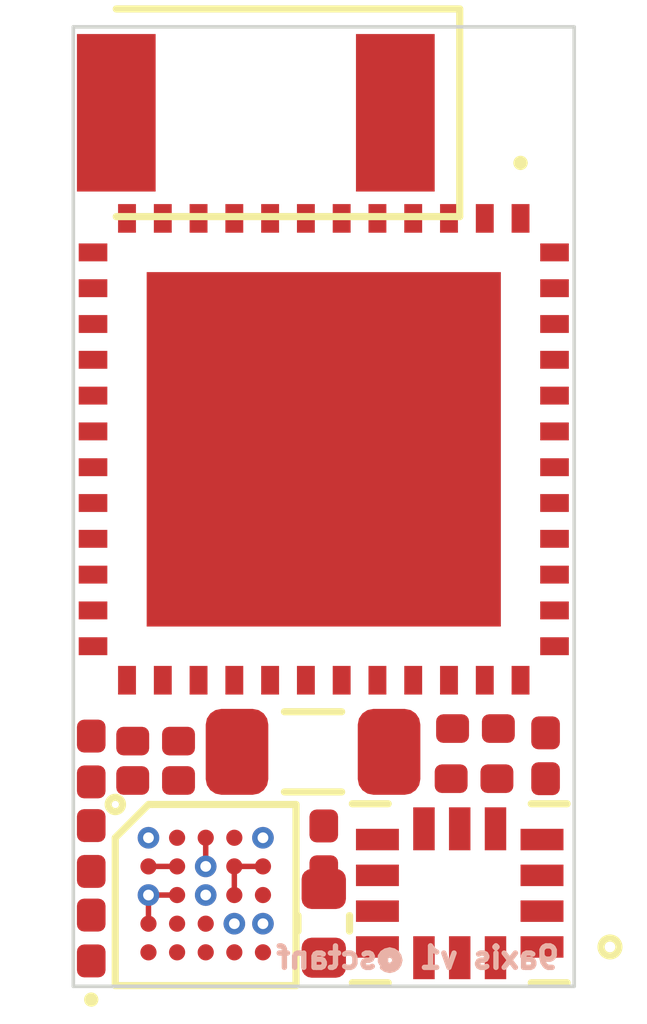
<source format=kicad_pcb>
(kicad_pcb (version 20171130) (host pcbnew "(5.1.9)-1")

  (general
    (thickness 0.4)
    (drawings 5)
    (tracks 16)
    (zones 0)
    (modules 15)
    (nets 11)
  )

  (page A4)
  (layers
    (0 F.Cu signal)
    (31 B.Cu signal)
    (32 B.Adhes user)
    (33 F.Adhes user)
    (34 B.Paste user)
    (35 F.Paste user)
    (36 B.SilkS user)
    (37 F.SilkS user)
    (38 B.Mask user)
    (39 F.Mask user)
    (40 Dwgs.User user)
    (41 Cmts.User user)
    (42 Eco1.User user)
    (43 Eco2.User user)
    (44 Edge.Cuts user)
    (45 Margin user)
    (46 B.CrtYd user)
    (47 F.CrtYd user)
    (48 B.Fab user)
    (49 F.Fab user)
  )

  (setup
    (last_trace_width 0.0762)
    (trace_clearance 0.0762)
    (zone_clearance 0.1524)
    (zone_45_only no)
    (trace_min 0.0762)
    (via_size 0.3024)
    (via_drill 0.15)
    (via_min_size 0.3024)
    (via_min_drill 0.15)
    (uvia_size 0.3)
    (uvia_drill 0.1)
    (uvias_allowed no)
    (uvia_min_size 0.2)
    (uvia_min_drill 0.1)
    (edge_width 0.05)
    (segment_width 0.1)
    (pcb_text_width 0.1)
    (pcb_text_size 0.4 0.4)
    (mod_edge_width 0.1)
    (mod_text_size 0.4 0.4)
    (mod_text_width 0.1)
    (pad_size 1.524 1.524)
    (pad_drill 0.762)
    (pad_to_mask_clearance 0.0762)
    (solder_mask_min_width 0.0762)
    (aux_axis_origin 0 0)
    (visible_elements 7FFFFFFF)
    (pcbplotparams
      (layerselection 0x010fc_ffffffff)
      (usegerberextensions false)
      (usegerberattributes true)
      (usegerberadvancedattributes true)
      (creategerberjobfile true)
      (excludeedgelayer true)
      (linewidth 0.100000)
      (plotframeref false)
      (viasonmask false)
      (mode 1)
      (useauxorigin false)
      (hpglpennumber 1)
      (hpglpenspeed 20)
      (hpglpendiameter 15.000000)
      (psnegative false)
      (psa4output false)
      (plotreference true)
      (plotvalue true)
      (plotinvisibletext false)
      (padsonsilk false)
      (subtractmaskfromsilk false)
      (outputformat 1)
      (mirror false)
      (drillshape 1)
      (scaleselection 1)
      (outputdirectory ""))
  )

  (net 0 "")
  (net 1 GND)
  (net 2 +3V0)
  (net 3 "Net-(IC3-Pad2)")
  (net 4 "Net-(IC4-PadC3)")
  (net 5 "Net-(IC4-PadA4)")
  (net 6 "Net-(C6-Pad1)")
  (net 7 VCC)
  (net 8 "Net-(D1-Pad2)")
  (net 9 "Net-(D1-Pad1)")
  (net 10 "Net-(C8-Pad1)")

  (net_class Default "This is the default net class."
    (clearance 0.0762)
    (trace_width 0.0762)
    (via_dia 0.3024)
    (via_drill 0.15)
    (uvia_dia 0.3)
    (uvia_drill 0.1)
    (add_net +3V0)
    (add_net GND)
    (add_net "Net-(C6-Pad1)")
    (add_net "Net-(C8-Pad1)")
    (add_net "Net-(D1-Pad1)")
    (add_net "Net-(D1-Pad2)")
    (add_net "Net-(IC3-Pad2)")
    (add_net "Net-(IC4-PadA4)")
    (add_net "Net-(IC4-PadC3)")
    (add_net VCC)
  )

  (module Capacitor_SMD:C_0402_1005Metric (layer F.Cu) (tedit 5F68FEEE) (tstamp 602E6346)
    (at 120.5 79.02 270)
    (descr "Capacitor SMD 0402 (1005 Metric), square (rectangular) end terminal, IPC_7351 nominal, (Body size source: IPC-SM-782 page 76, https://www.pcb-3d.com/wordpress/wp-content/uploads/ipc-sm-782a_amendment_1_and_2.pdf), generated with kicad-footprint-generator")
    (tags capacitor)
    (path /602E498C)
    (attr smd)
    (fp_text reference C5 (at 0 -1.16 90) (layer F.SilkS) hide
      (effects (font (size 0.4 0.4) (thickness 0.1)))
    )
    (fp_text value 10uF (at 0 1.16 90) (layer F.Fab) hide
      (effects (font (size 0.4 0.4) (thickness 0.1)))
    )
    (fp_line (start 0.91 0.46) (end -0.91 0.46) (layer F.CrtYd) (width 0.05))
    (fp_line (start 0.91 -0.46) (end 0.91 0.46) (layer F.CrtYd) (width 0.05))
    (fp_line (start -0.91 -0.46) (end 0.91 -0.46) (layer F.CrtYd) (width 0.05))
    (fp_line (start -0.91 0.46) (end -0.91 -0.46) (layer F.CrtYd) (width 0.05))
    (fp_line (start -0.107836 0.36) (end 0.107836 0.36) (layer F.SilkS) (width 0.1))
    (fp_line (start -0.107836 -0.36) (end 0.107836 -0.36) (layer F.SilkS) (width 0.1))
    (fp_line (start 0.5 0.25) (end -0.5 0.25) (layer F.Fab) (width 0.1))
    (fp_line (start 0.5 -0.25) (end 0.5 0.25) (layer F.Fab) (width 0.1))
    (fp_line (start -0.5 -0.25) (end 0.5 -0.25) (layer F.Fab) (width 0.1))
    (fp_line (start -0.5 0.25) (end -0.5 -0.25) (layer F.Fab) (width 0.1))
    (fp_text user %R (at 0 0 90) (layer F.Fab) hide
      (effects (font (size 0.4 0.4) (thickness 0.1)))
    )
    (pad 2 smd roundrect (at 0.48 0 270) (size 0.56 0.62) (layers F.Cu F.Paste F.Mask) (roundrect_rratio 0.25)
      (net 1 GND))
    (pad 1 smd roundrect (at -0.48 0 270) (size 0.56 0.62) (layers F.Cu F.Paste F.Mask) (roundrect_rratio 0.25)
      (net 2 +3V0))
    (model ${KISYS3DMOD}/Capacitor_SMD.3dshapes/C_0402_1005Metric.wrl
      (at (xyz 0 0 0))
      (scale (xyz 1 1 1))
      (rotate (xyz 0 0 0))
    )
  )

  (module Capacitor_SMD:C_0201_0603Metric (layer F.Cu) (tedit 5F68FEEE) (tstamp 602E6357)
    (at 117.25 77.975 90)
    (descr "Capacitor SMD 0201 (0603 Metric), square (rectangular) end terminal, IPC_7351 nominal, (Body size source: https://www.vishay.com/docs/20052/crcw0201e3.pdf), generated with kicad-footprint-generator")
    (tags capacitor)
    (path /602E57EC)
    (attr smd)
    (fp_text reference C6 (at 0 -1.05 90) (layer F.SilkS) hide
      (effects (font (size 0.4 0.4) (thickness 0.1)))
    )
    (fp_text value 1uF (at 0 1.05 90) (layer F.Fab) hide
      (effects (font (size 0.4 0.4) (thickness 0.1)))
    )
    (fp_line (start 0.7 0.35) (end -0.7 0.35) (layer F.CrtYd) (width 0.05))
    (fp_line (start 0.7 -0.35) (end 0.7 0.35) (layer F.CrtYd) (width 0.05))
    (fp_line (start -0.7 -0.35) (end 0.7 -0.35) (layer F.CrtYd) (width 0.05))
    (fp_line (start -0.7 0.35) (end -0.7 -0.35) (layer F.CrtYd) (width 0.05))
    (fp_line (start 0.3 0.15) (end -0.3 0.15) (layer F.Fab) (width 0.1))
    (fp_line (start 0.3 -0.15) (end 0.3 0.15) (layer F.Fab) (width 0.1))
    (fp_line (start -0.3 -0.15) (end 0.3 -0.15) (layer F.Fab) (width 0.1))
    (fp_line (start -0.3 0.15) (end -0.3 -0.15) (layer F.Fab) (width 0.1))
    (fp_text user %R (at 0 -0.68 90) (layer F.Fab) hide
      (effects (font (size 0.4 0.4) (thickness 0.1)))
    )
    (pad 2 smd roundrect (at 0.32 0 90) (size 0.46 0.4) (layers F.Cu F.Mask) (roundrect_rratio 0.25)
      (net 1 GND))
    (pad 1 smd roundrect (at -0.32 0 90) (size 0.46 0.4) (layers F.Cu F.Mask) (roundrect_rratio 0.25)
      (net 6 "Net-(C6-Pad1)"))
    (pad "" smd roundrect (at 0.345 0 90) (size 0.318 0.36) (layers F.Paste) (roundrect_rratio 0.25))
    (pad "" smd roundrect (at -0.345 0 90) (size 0.318 0.36) (layers F.Paste) (roundrect_rratio 0.25))
    (model ${KISYS3DMOD}/Capacitor_SMD.3dshapes/C_0201_0603Metric.wrl
      (at (xyz 0 0 0))
      (scale (xyz 1 1 1))
      (rotate (xyz 0 0 0))
    )
  )

  (module Capacitor_SMD:C_0201_0603Metric (layer F.Cu) (tedit 5F68FEEE) (tstamp 602E6368)
    (at 118.15 77.025)
    (descr "Capacitor SMD 0201 (0603 Metric), square (rectangular) end terminal, IPC_7351 nominal, (Body size source: https://www.vishay.com/docs/20052/crcw0201e3.pdf), generated with kicad-footprint-generator")
    (tags capacitor)
    (path /602E5AA1)
    (attr smd)
    (fp_text reference C7 (at 0 -1.05) (layer F.SilkS) hide
      (effects (font (size 0.4 0.4) (thickness 0.1)))
    )
    (fp_text value 1uF (at 0 1.05) (layer F.Fab) hide
      (effects (font (size 0.4 0.4) (thickness 0.1)))
    )
    (fp_line (start 0.7 0.35) (end -0.7 0.35) (layer F.CrtYd) (width 0.05))
    (fp_line (start 0.7 -0.35) (end 0.7 0.35) (layer F.CrtYd) (width 0.05))
    (fp_line (start -0.7 -0.35) (end 0.7 -0.35) (layer F.CrtYd) (width 0.05))
    (fp_line (start -0.7 0.35) (end -0.7 -0.35) (layer F.CrtYd) (width 0.05))
    (fp_line (start 0.3 0.15) (end -0.3 0.15) (layer F.Fab) (width 0.1))
    (fp_line (start 0.3 -0.15) (end 0.3 0.15) (layer F.Fab) (width 0.1))
    (fp_line (start -0.3 -0.15) (end 0.3 -0.15) (layer F.Fab) (width 0.1))
    (fp_line (start -0.3 0.15) (end -0.3 -0.15) (layer F.Fab) (width 0.1))
    (fp_text user %R (at 0 -0.68) (layer F.Fab) hide
      (effects (font (size 0.4 0.4) (thickness 0.1)))
    )
    (pad 2 smd roundrect (at 0.32 0) (size 0.46 0.4) (layers F.Cu F.Mask) (roundrect_rratio 0.25)
      (net 7 VCC))
    (pad 1 smd roundrect (at -0.32 0) (size 0.46 0.4) (layers F.Cu F.Mask) (roundrect_rratio 0.25)
      (net 1 GND))
    (pad "" smd roundrect (at 0.345 0) (size 0.318 0.36) (layers F.Paste) (roundrect_rratio 0.25))
    (pad "" smd roundrect (at -0.345 0) (size 0.318 0.36) (layers F.Paste) (roundrect_rratio 0.25))
    (model ${KISYS3DMOD}/Capacitor_SMD.3dshapes/C_0201_0603Metric.wrl
      (at (xyz 0 0 0))
      (scale (xyz 1 1 1))
      (rotate (xyz 0 0 0))
    )
  )

  (module LED_SMD:LED_0201_0603Metric (layer F.Cu) (tedit 5F68FEF1) (tstamp 602E637A)
    (at 117.25 79.225 90)
    (descr "LED SMD 0201 (0603 Metric), square (rectangular) end terminal, IPC_7351 nominal, (Body size source: https://www.vishay.com/docs/20052/crcw0201e3.pdf), generated with kicad-footprint-generator")
    (tags LED)
    (path /60313CEB)
    (attr smd)
    (fp_text reference D1 (at 0 -1.05 90) (layer F.SilkS) hide
      (effects (font (size 0.4 0.4) (thickness 0.1)))
    )
    (fp_text value LED (at 0 1.05 90) (layer F.Fab) hide
      (effects (font (size 0.4 0.4) (thickness 0.1)))
    )
    (fp_line (start 0.7 0.35) (end -0.7 0.35) (layer F.CrtYd) (width 0.05))
    (fp_line (start 0.7 -0.35) (end 0.7 0.35) (layer F.CrtYd) (width 0.05))
    (fp_line (start -0.7 -0.35) (end 0.7 -0.35) (layer F.CrtYd) (width 0.05))
    (fp_line (start -0.7 0.35) (end -0.7 -0.35) (layer F.CrtYd) (width 0.05))
    (fp_line (start -0.1 0.15) (end -0.1 -0.15) (layer F.Fab) (width 0.1))
    (fp_line (start -0.2 0.15) (end -0.2 -0.15) (layer F.Fab) (width 0.1))
    (fp_line (start 0.3 0.15) (end -0.3 0.15) (layer F.Fab) (width 0.1))
    (fp_line (start 0.3 -0.15) (end 0.3 0.15) (layer F.Fab) (width 0.1))
    (fp_line (start -0.3 -0.15) (end 0.3 -0.15) (layer F.Fab) (width 0.1))
    (fp_line (start -0.3 0.15) (end -0.3 -0.15) (layer F.Fab) (width 0.1))
    (fp_circle (center -0.86 0) (end -0.81 0) (layer F.SilkS) (width 0.1))
    (fp_text user %R (at 0 -0.68 90) (layer F.Fab) hide
      (effects (font (size 0.4 0.4) (thickness 0.1)))
    )
    (pad 2 smd roundrect (at 0.32 0 90) (size 0.46 0.4) (layers F.Cu F.Mask) (roundrect_rratio 0.25)
      (net 8 "Net-(D1-Pad2)"))
    (pad 1 smd roundrect (at -0.32 0 90) (size 0.46 0.4) (layers F.Cu F.Mask) (roundrect_rratio 0.25)
      (net 9 "Net-(D1-Pad1)"))
    (pad "" smd roundrect (at 0.345 0 90) (size 0.318 0.36) (layers F.Paste) (roundrect_rratio 0.25))
    (pad "" smd roundrect (at -0.345 0 90) (size 0.318 0.36) (layers F.Paste) (roundrect_rratio 0.25))
    (model ${KISYS3DMOD}/LED_SMD.3dshapes/LED_0201_0603Metric.wrl
      (at (xyz 0 0 0))
      (scale (xyz 1 1 1))
      (rotate (xyz 0 0 0))
    )
  )

  (module SamacSys_Parts:BGA25C40P5X5_247X253X50 (layer F.Cu) (tedit 0) (tstamp 602E5CEC)
    (at 118.85 78.625)
    (descr YFP0025)
    (tags "Integrated Circuit")
    (path /602E09CB)
    (attr smd)
    (fp_text reference IC4 (at 0 0) (layer F.SilkS) hide
      (effects (font (size 0.4 0.4) (thickness 0.1)))
    )
    (fp_text value BQ25125YFPR (at 0 0) (layer F.SilkS) hide
      (effects (font (size 0.4 0.4) (thickness 0.1)))
    )
    (fp_circle (center -1.263 -1.265) (end -1.263 -1.165) (layer F.SilkS) (width 0.1))
    (fp_line (start -1.264 -0.8) (end -0.799 -1.265) (layer F.SilkS) (width 0.1))
    (fp_line (start -1.264 1.265) (end -1.264 -0.8) (layer F.SilkS) (width 0.1))
    (fp_line (start 1.262 1.265) (end -1.264 1.265) (layer F.SilkS) (width 0.1))
    (fp_line (start 1.262 -1.265) (end 1.262 1.265) (layer F.SilkS) (width 0.1))
    (fp_line (start -0.798 -1.265) (end 1.262 -1.265) (layer F.SilkS) (width 0.1))
    (fp_line (start -1.234 -0.625) (end -0.594 -1.265) (layer F.Fab) (width 0.1))
    (fp_line (start -1.234 1.265) (end -1.234 -1.265) (layer F.Fab) (width 0.1))
    (fp_line (start 1.234 1.265) (end -1.234 1.265) (layer F.Fab) (width 0.1))
    (fp_line (start 1.234 -1.265) (end 1.234 1.265) (layer F.Fab) (width 0.1))
    (fp_line (start -1.234 -1.265) (end 1.234 -1.265) (layer F.Fab) (width 0.1))
    (fp_line (start -1.749 1.78) (end -1.749 -1.78) (layer F.CrtYd) (width 0.05))
    (fp_line (start 1.749 1.78) (end -1.749 1.78) (layer F.CrtYd) (width 0.05))
    (fp_line (start 1.749 -1.78) (end 1.749 1.78) (layer F.CrtYd) (width 0.05))
    (fp_line (start -1.749 -1.78) (end 1.749 -1.78) (layer F.CrtYd) (width 0.05))
    (fp_text user %R (at 0 0) (layer F.Fab) hide
      (effects (font (size 0.4 0.4) (thickness 0.1)))
    )
    (pad E5 smd circle (at 0.8 0.8 90) (size 0.226 0.226) (layers F.Cu F.Paste F.Mask))
    (pad E4 smd circle (at 0.4 0.8 90) (size 0.226 0.226) (layers F.Cu F.Paste F.Mask))
    (pad E3 smd circle (at 0 0.8 90) (size 0.226 0.226) (layers F.Cu F.Paste F.Mask))
    (pad E2 smd circle (at -0.4 0.8 90) (size 0.226 0.226) (layers F.Cu F.Paste F.Mask))
    (pad E1 smd circle (at -0.8 0.8 90) (size 0.226 0.226) (layers F.Cu F.Paste F.Mask))
    (pad D5 smd circle (at 0.8 0.4 90) (size 0.226 0.226) (layers F.Cu F.Paste F.Mask)
      (net 1 GND))
    (pad D4 smd circle (at 0.4 0.4 90) (size 0.226 0.226) (layers F.Cu F.Paste F.Mask)
      (net 9 "Net-(D1-Pad1)"))
    (pad D3 smd circle (at 0 0.4 90) (size 0.226 0.226) (layers F.Cu F.Paste F.Mask))
    (pad D2 smd circle (at -0.4 0.4 90) (size 0.226 0.226) (layers F.Cu F.Paste F.Mask))
    (pad D1 smd circle (at -0.8 0.4 90) (size 0.226 0.226) (layers F.Cu F.Paste F.Mask)
      (net 1 GND))
    (pad C5 smd circle (at 0.8 0 90) (size 0.226 0.226) (layers F.Cu F.Paste F.Mask))
    (pad C4 smd circle (at 0.4 0 90) (size 0.226 0.226) (layers F.Cu F.Paste F.Mask)
      (net 2 +3V0))
    (pad C3 smd circle (at 0 0 90) (size 0.226 0.226) (layers F.Cu F.Paste F.Mask)
      (net 4 "Net-(IC4-PadC3)"))
    (pad C2 smd circle (at -0.4 0 90) (size 0.226 0.226) (layers F.Cu F.Paste F.Mask)
      (net 1 GND))
    (pad C1 smd circle (at -0.8 0 90) (size 0.226 0.226) (layers F.Cu F.Paste F.Mask)
      (net 1 GND))
    (pad B5 smd circle (at 0.8 -0.4 90) (size 0.226 0.226) (layers F.Cu F.Paste F.Mask)
      (net 2 +3V0))
    (pad B4 smd circle (at 0.4 -0.4 90) (size 0.226 0.226) (layers F.Cu F.Paste F.Mask)
      (net 2 +3V0))
    (pad B3 smd circle (at 0 -0.4 90) (size 0.226 0.226) (layers F.Cu F.Paste F.Mask)
      (net 8 "Net-(D1-Pad2)"))
    (pad B2 smd circle (at -0.4 -0.4 90) (size 0.226 0.226) (layers F.Cu F.Paste F.Mask)
      (net 6 "Net-(C6-Pad1)"))
    (pad B1 smd circle (at -0.8 -0.4 90) (size 0.226 0.226) (layers F.Cu F.Paste F.Mask)
      (net 6 "Net-(C6-Pad1)"))
    (pad A5 smd circle (at 0.8 -0.8 90) (size 0.226 0.226) (layers F.Cu F.Paste F.Mask)
      (net 1 GND))
    (pad A4 smd circle (at 0.4 -0.8 90) (size 0.226 0.226) (layers F.Cu F.Paste F.Mask)
      (net 5 "Net-(IC4-PadA4)"))
    (pad A3 smd circle (at 0 -0.8 90) (size 0.226 0.226) (layers F.Cu F.Paste F.Mask)
      (net 8 "Net-(D1-Pad2)"))
    (pad A2 smd circle (at -0.4 -0.8 90) (size 0.226 0.226) (layers F.Cu F.Paste F.Mask)
      (net 7 VCC))
    (pad A1 smd circle (at -0.8 -0.8 90) (size 0.226 0.226) (layers F.Cu F.Paste F.Mask)
      (net 1 GND))
    (model C:\Users\Scott\Downloads\SamacSys_Parts.3dshapes\BQ25125YFPR.stp
      (at (xyz 0 0 0))
      (scale (xyz 1 1 1))
      (rotate (xyz 0 0 0))
    )
  )

  (module Inductor_SMD:L_0805_2012Metric (layer F.Cu) (tedit 5F68FEF0) (tstamp 602E6545)
    (at 120.35 76.625 180)
    (descr "Inductor SMD 0805 (2012 Metric), square (rectangular) end terminal, IPC_7351 nominal, (Body size source: IPC-SM-782 page 80, https://www.pcb-3d.com/wordpress/wp-content/uploads/ipc-sm-782a_amendment_1_and_2.pdf), generated with kicad-footprint-generator")
    (tags inductor)
    (path /602E3EAB)
    (attr smd)
    (fp_text reference L2 (at 0 -1.55) (layer F.SilkS) hide
      (effects (font (size 0.4 0.4) (thickness 0.1)))
    )
    (fp_text value 2.2uH (at 0 1.55) (layer F.Fab) hide
      (effects (font (size 0.4 0.4) (thickness 0.1)))
    )
    (fp_line (start 1.75 0.85) (end -1.75 0.85) (layer F.CrtYd) (width 0.05))
    (fp_line (start 1.75 -0.85) (end 1.75 0.85) (layer F.CrtYd) (width 0.05))
    (fp_line (start -1.75 -0.85) (end 1.75 -0.85) (layer F.CrtYd) (width 0.05))
    (fp_line (start -1.75 0.85) (end -1.75 -0.85) (layer F.CrtYd) (width 0.05))
    (fp_line (start -0.399622 0.56) (end 0.399622 0.56) (layer F.SilkS) (width 0.1))
    (fp_line (start -0.399622 -0.56) (end 0.399622 -0.56) (layer F.SilkS) (width 0.1))
    (fp_line (start 1 0.45) (end -1 0.45) (layer F.Fab) (width 0.1))
    (fp_line (start 1 -0.45) (end 1 0.45) (layer F.Fab) (width 0.1))
    (fp_line (start -1 -0.45) (end 1 -0.45) (layer F.Fab) (width 0.1))
    (fp_line (start -1 0.45) (end -1 -0.45) (layer F.Fab) (width 0.1))
    (fp_text user %R (at 0 0) (layer F.Fab) hide
      (effects (font (size 0.4 0.4) (thickness 0.1)))
    )
    (pad 2 smd roundrect (at 1.0625 0 180) (size 0.875 1.2) (layers F.Cu F.Paste F.Mask) (roundrect_rratio 0.25)
      (net 5 "Net-(IC4-PadA4)"))
    (pad 1 smd roundrect (at -1.0625 0 180) (size 0.875 1.2) (layers F.Cu F.Paste F.Mask) (roundrect_rratio 0.25)
      (net 2 +3V0))
    (model ${KISYS3DMOD}/Inductor_SMD.3dshapes/L_0805_2012Metric.wrl
      (at (xyz 0 0 0))
      (scale (xyz 1 1 1))
      (rotate (xyz 0 0 0))
    )
  )

  (module Resistor_SMD:R_0201_0603Metric (layer F.Cu) (tedit 5F68FEEE) (tstamp 602E6556)
    (at 118.15 76.475 180)
    (descr "Resistor SMD 0201 (0603 Metric), square (rectangular) end terminal, IPC_7351 nominal, (Body size source: https://www.vishay.com/docs/20052/crcw0201e3.pdf), generated with kicad-footprint-generator")
    (tags resistor)
    (path /603064F3)
    (attr smd)
    (fp_text reference R1 (at 0 -1.05) (layer F.SilkS) hide
      (effects (font (size 0.4 0.4) (thickness 0.1)))
    )
    (fp_text value 14k (at 0 1.05) (layer F.Fab) hide
      (effects (font (size 0.4 0.4) (thickness 0.1)))
    )
    (fp_line (start 0.7 0.35) (end -0.7 0.35) (layer F.CrtYd) (width 0.05))
    (fp_line (start 0.7 -0.35) (end 0.7 0.35) (layer F.CrtYd) (width 0.05))
    (fp_line (start -0.7 -0.35) (end 0.7 -0.35) (layer F.CrtYd) (width 0.05))
    (fp_line (start -0.7 0.35) (end -0.7 -0.35) (layer F.CrtYd) (width 0.05))
    (fp_line (start 0.3 0.15) (end -0.3 0.15) (layer F.Fab) (width 0.1))
    (fp_line (start 0.3 -0.15) (end 0.3 0.15) (layer F.Fab) (width 0.1))
    (fp_line (start -0.3 -0.15) (end 0.3 -0.15) (layer F.Fab) (width 0.1))
    (fp_line (start -0.3 0.15) (end -0.3 -0.15) (layer F.Fab) (width 0.1))
    (fp_text user %R (at 0 -0.68) (layer F.Fab) hide
      (effects (font (size 0.4 0.4) (thickness 0.1)))
    )
    (pad 2 smd roundrect (at 0.32 0 180) (size 0.46 0.4) (layers F.Cu F.Mask) (roundrect_rratio 0.25)
      (net 4 "Net-(IC4-PadC3)"))
    (pad 1 smd roundrect (at -0.32 0 180) (size 0.46 0.4) (layers F.Cu F.Mask) (roundrect_rratio 0.25)
      (net 7 VCC))
    (pad "" smd roundrect (at 0.345 0 180) (size 0.318 0.36) (layers F.Paste) (roundrect_rratio 0.25))
    (pad "" smd roundrect (at -0.345 0 180) (size 0.318 0.36) (layers F.Paste) (roundrect_rratio 0.25))
    (model ${KISYS3DMOD}/Resistor_SMD.3dshapes/R_0201_0603Metric.wrl
      (at (xyz 0 0 0))
      (scale (xyz 1 1 1))
      (rotate (xyz 0 0 0))
    )
  )

  (module Resistor_SMD:R_0201_0603Metric (layer F.Cu) (tedit 5F68FEEE) (tstamp 602E6567)
    (at 117.25 76.725 270)
    (descr "Resistor SMD 0201 (0603 Metric), square (rectangular) end terminal, IPC_7351 nominal, (Body size source: https://www.vishay.com/docs/20052/crcw0201e3.pdf), generated with kicad-footprint-generator")
    (tags resistor)
    (path /60307927)
    (attr smd)
    (fp_text reference R2 (at 0 -1.05 90) (layer F.SilkS) hide
      (effects (font (size 0.4 0.4) (thickness 0.1)))
    )
    (fp_text value 14.3k (at 0 1.05 90) (layer F.Fab) hide
      (effects (font (size 0.4 0.4) (thickness 0.1)))
    )
    (fp_line (start 0.7 0.35) (end -0.7 0.35) (layer F.CrtYd) (width 0.05))
    (fp_line (start 0.7 -0.35) (end 0.7 0.35) (layer F.CrtYd) (width 0.05))
    (fp_line (start -0.7 -0.35) (end 0.7 -0.35) (layer F.CrtYd) (width 0.05))
    (fp_line (start -0.7 0.35) (end -0.7 -0.35) (layer F.CrtYd) (width 0.05))
    (fp_line (start 0.3 0.15) (end -0.3 0.15) (layer F.Fab) (width 0.1))
    (fp_line (start 0.3 -0.15) (end 0.3 0.15) (layer F.Fab) (width 0.1))
    (fp_line (start -0.3 -0.15) (end 0.3 -0.15) (layer F.Fab) (width 0.1))
    (fp_line (start -0.3 0.15) (end -0.3 -0.15) (layer F.Fab) (width 0.1))
    (fp_text user %R (at 0 -0.68 90) (layer F.Fab) hide
      (effects (font (size 0.4 0.4) (thickness 0.1)))
    )
    (pad 2 smd roundrect (at 0.32 0 270) (size 0.46 0.4) (layers F.Cu F.Mask) (roundrect_rratio 0.25)
      (net 1 GND))
    (pad 1 smd roundrect (at -0.32 0 270) (size 0.46 0.4) (layers F.Cu F.Mask) (roundrect_rratio 0.25)
      (net 4 "Net-(IC4-PadC3)"))
    (pad "" smd roundrect (at 0.345 0 270) (size 0.318 0.36) (layers F.Paste) (roundrect_rratio 0.25))
    (pad "" smd roundrect (at -0.345 0 270) (size 0.318 0.36) (layers F.Paste) (roundrect_rratio 0.25))
    (model ${KISYS3DMOD}/Resistor_SMD.3dshapes/R_0201_0603Metric.wrl
      (at (xyz 0 0 0))
      (scale (xyz 1 1 1))
      (rotate (xyz 0 0 0))
    )
  )

  (module Capacitor_SMD:C_0201_0603Metric (layer F.Cu) (tedit 5F68FEEE) (tstamp 602E8549)
    (at 120.5 77.98 90)
    (descr "Capacitor SMD 0201 (0603 Metric), square (rectangular) end terminal, IPC_7351 nominal, (Body size source: https://www.vishay.com/docs/20052/crcw0201e3.pdf), generated with kicad-footprint-generator")
    (tags capacitor)
    (path /6036402F)
    (attr smd)
    (fp_text reference C9 (at 0 -1.05 90) (layer F.SilkS) hide
      (effects (font (size 0.4 0.4) (thickness 0.1)))
    )
    (fp_text value 0.1uF (at 0 1.05 90) (layer F.Fab) hide
      (effects (font (size 0.4 0.4) (thickness 0.1)))
    )
    (fp_line (start 0.7 0.35) (end -0.7 0.35) (layer F.CrtYd) (width 0.05))
    (fp_line (start 0.7 -0.35) (end 0.7 0.35) (layer F.CrtYd) (width 0.05))
    (fp_line (start -0.7 -0.35) (end 0.7 -0.35) (layer F.CrtYd) (width 0.05))
    (fp_line (start -0.7 0.35) (end -0.7 -0.35) (layer F.CrtYd) (width 0.05))
    (fp_line (start 0.3 0.15) (end -0.3 0.15) (layer F.Fab) (width 0.1))
    (fp_line (start 0.3 -0.15) (end 0.3 0.15) (layer F.Fab) (width 0.1))
    (fp_line (start -0.3 -0.15) (end 0.3 -0.15) (layer F.Fab) (width 0.1))
    (fp_line (start -0.3 0.15) (end -0.3 -0.15) (layer F.Fab) (width 0.1))
    (fp_text user %R (at 0 -0.68 90) (layer F.Fab) hide
      (effects (font (size 0.4 0.4) (thickness 0.1)))
    )
    (pad 2 smd roundrect (at 0.32 0 90) (size 0.46 0.4) (layers F.Cu F.Mask) (roundrect_rratio 0.25)
      (net 1 GND))
    (pad 1 smd roundrect (at -0.32 0 90) (size 0.46 0.4) (layers F.Cu F.Mask) (roundrect_rratio 0.25)
      (net 2 +3V0))
    (pad "" smd roundrect (at 0.345 0 90) (size 0.318 0.36) (layers F.Paste) (roundrect_rratio 0.25))
    (pad "" smd roundrect (at -0.345 0 90) (size 0.318 0.36) (layers F.Paste) (roundrect_rratio 0.25))
    (model ${KISYS3DMOD}/Capacitor_SMD.3dshapes/C_0201_0603Metric.wrl
      (at (xyz 0 0 0))
      (scale (xyz 1 1 1))
      (rotate (xyz 0 0 0))
    )
  )

  (module Capacitor_SMD:C_0201_0603Metric (layer F.Cu) (tedit 5F68FEEE) (tstamp 602E8538)
    (at 122.6 77 180)
    (descr "Capacitor SMD 0201 (0603 Metric), square (rectangular) end terminal, IPC_7351 nominal, (Body size source: https://www.vishay.com/docs/20052/crcw0201e3.pdf), generated with kicad-footprint-generator")
    (tags capacitor)
    (path /6036373B)
    (attr smd)
    (fp_text reference C8 (at 0 -1.05) (layer F.SilkS) hide
      (effects (font (size 0.4 0.4) (thickness 0.1)))
    )
    (fp_text value 0.1uF (at 0 1.05) (layer F.Fab) hide
      (effects (font (size 0.4 0.4) (thickness 0.1)))
    )
    (fp_line (start 0.7 0.35) (end -0.7 0.35) (layer F.CrtYd) (width 0.05))
    (fp_line (start 0.7 -0.35) (end 0.7 0.35) (layer F.CrtYd) (width 0.05))
    (fp_line (start -0.7 -0.35) (end 0.7 -0.35) (layer F.CrtYd) (width 0.05))
    (fp_line (start -0.7 0.35) (end -0.7 -0.35) (layer F.CrtYd) (width 0.05))
    (fp_line (start 0.3 0.15) (end -0.3 0.15) (layer F.Fab) (width 0.1))
    (fp_line (start 0.3 -0.15) (end 0.3 0.15) (layer F.Fab) (width 0.1))
    (fp_line (start -0.3 -0.15) (end 0.3 -0.15) (layer F.Fab) (width 0.1))
    (fp_line (start -0.3 0.15) (end -0.3 -0.15) (layer F.Fab) (width 0.1))
    (fp_text user %R (at 0 -0.68) (layer F.Fab) hide
      (effects (font (size 0.4 0.4) (thickness 0.1)))
    )
    (pad 2 smd roundrect (at 0.32 0 180) (size 0.46 0.4) (layers F.Cu F.Mask) (roundrect_rratio 0.25)
      (net 1 GND))
    (pad 1 smd roundrect (at -0.32 0 180) (size 0.46 0.4) (layers F.Cu F.Mask) (roundrect_rratio 0.25)
      (net 10 "Net-(C8-Pad1)"))
    (pad "" smd roundrect (at 0.345 0 180) (size 0.318 0.36) (layers F.Paste) (roundrect_rratio 0.25))
    (pad "" smd roundrect (at -0.345 0 180) (size 0.318 0.36) (layers F.Paste) (roundrect_rratio 0.25))
    (model ${KISYS3DMOD}/Capacitor_SMD.3dshapes/C_0201_0603Metric.wrl
      (at (xyz 0 0 0))
      (scale (xyz 1 1 1))
      (rotate (xyz 0 0 0))
    )
  )

  (module Capacitor_SMD:C_0201_0603Metric (layer F.Cu) (tedit 5F68FEEE) (tstamp 602CC890)
    (at 122.62 76.3 180)
    (descr "Capacitor SMD 0201 (0603 Metric), square (rectangular) end terminal, IPC_7351 nominal, (Body size source: https://www.vishay.com/docs/20052/crcw0201e3.pdf), generated with kicad-footprint-generator")
    (tags capacitor)
    (path /602D4C77)
    (attr smd)
    (fp_text reference C4 (at 0 -1.05) (layer F.SilkS) hide
      (effects (font (size 0.4 0.4) (thickness 0.1)))
    )
    (fp_text value 0.1uF (at 0 1.05) (layer F.Fab) hide
      (effects (font (size 0.4 0.4) (thickness 0.1)))
    )
    (fp_line (start 0.7 0.35) (end -0.7 0.35) (layer F.CrtYd) (width 0.05))
    (fp_line (start 0.7 -0.35) (end 0.7 0.35) (layer F.CrtYd) (width 0.05))
    (fp_line (start -0.7 -0.35) (end 0.7 -0.35) (layer F.CrtYd) (width 0.05))
    (fp_line (start -0.7 0.35) (end -0.7 -0.35) (layer F.CrtYd) (width 0.05))
    (fp_line (start 0.3 0.15) (end -0.3 0.15) (layer F.Fab) (width 0.1))
    (fp_line (start 0.3 -0.15) (end 0.3 0.15) (layer F.Fab) (width 0.1))
    (fp_line (start -0.3 -0.15) (end 0.3 -0.15) (layer F.Fab) (width 0.1))
    (fp_line (start -0.3 0.15) (end -0.3 -0.15) (layer F.Fab) (width 0.1))
    (fp_text user %R (at 0 -0.68) (layer F.Fab) hide
      (effects (font (size 0.4 0.4) (thickness 0.1)))
    )
    (pad 2 smd roundrect (at 0.32 0 180) (size 0.46 0.4) (layers F.Cu F.Mask) (roundrect_rratio 0.25)
      (net 1 GND))
    (pad 1 smd roundrect (at -0.32 0 180) (size 0.46 0.4) (layers F.Cu F.Mask) (roundrect_rratio 0.25)
      (net 2 +3V0))
    (pad "" smd roundrect (at 0.345 0 180) (size 0.318 0.36) (layers F.Paste) (roundrect_rratio 0.25))
    (pad "" smd roundrect (at -0.345 0 180) (size 0.318 0.36) (layers F.Paste) (roundrect_rratio 0.25))
    (model ${KISYS3DMOD}/Capacitor_SMD.3dshapes/C_0201_0603Metric.wrl
      (at (xyz 0 0 0))
      (scale (xyz 1 1 1))
      (rotate (xyz 0 0 0))
    )
  )

  (module Capacitor_SMD:C_0201_0603Metric (layer F.Cu) (tedit 5F68FEEE) (tstamp 602CC87F)
    (at 123.6 76.68 270)
    (descr "Capacitor SMD 0201 (0603 Metric), square (rectangular) end terminal, IPC_7351 nominal, (Body size source: https://www.vishay.com/docs/20052/crcw0201e3.pdf), generated with kicad-footprint-generator")
    (tags capacitor)
    (path /602D1B47)
    (attr smd)
    (fp_text reference C3 (at 0 -1.05 90) (layer F.SilkS) hide
      (effects (font (size 0.4 0.4) (thickness 0.1)))
    )
    (fp_text value 0.1uF (at 0 1.05 90) (layer F.Fab) hide
      (effects (font (size 0.4 0.4) (thickness 0.1)))
    )
    (fp_line (start 0.7 0.35) (end -0.7 0.35) (layer F.CrtYd) (width 0.05))
    (fp_line (start 0.7 -0.35) (end 0.7 0.35) (layer F.CrtYd) (width 0.05))
    (fp_line (start -0.7 -0.35) (end 0.7 -0.35) (layer F.CrtYd) (width 0.05))
    (fp_line (start -0.7 0.35) (end -0.7 -0.35) (layer F.CrtYd) (width 0.05))
    (fp_line (start 0.3 0.15) (end -0.3 0.15) (layer F.Fab) (width 0.1))
    (fp_line (start 0.3 -0.15) (end 0.3 0.15) (layer F.Fab) (width 0.1))
    (fp_line (start -0.3 -0.15) (end 0.3 -0.15) (layer F.Fab) (width 0.1))
    (fp_line (start -0.3 0.15) (end -0.3 -0.15) (layer F.Fab) (width 0.1))
    (fp_text user %R (at 0 -0.68 90) (layer F.Fab) hide
      (effects (font (size 0.4 0.4) (thickness 0.1)))
    )
    (pad 2 smd roundrect (at 0.32 0 270) (size 0.46 0.4) (layers F.Cu F.Mask) (roundrect_rratio 0.25)
      (net 1 GND))
    (pad 1 smd roundrect (at -0.32 0 270) (size 0.46 0.4) (layers F.Cu F.Mask) (roundrect_rratio 0.25)
      (net 2 +3V0))
    (pad "" smd roundrect (at 0.345 0 270) (size 0.318 0.36) (layers F.Paste) (roundrect_rratio 0.25))
    (pad "" smd roundrect (at -0.345 0 270) (size 0.318 0.36) (layers F.Paste) (roundrect_rratio 0.25))
    (model ${KISYS3DMOD}/Capacitor_SMD.3dshapes/C_0201_0603Metric.wrl
      (at (xyz 0 0 0))
      (scale (xyz 1 1 1))
      (rotate (xyz 0 0 0))
    )
  )

  (module SamacSys_Parts:ESP32PICOV3 (layer F.Cu) (tedit 0) (tstamp 602CC923)
    (at 120.5 72.4 270)
    (descr ESP32-PICO-V3-2)
    (tags "Integrated Circuit")
    (path /602B535F)
    (attr smd)
    (fp_text reference IC3 (at -0.275 0 90) (layer F.SilkS) hide
      (effects (font (size 0.4 0.4) (thickness 0.1)))
    )
    (fp_text value ESP32-PICO-V3 (at -0.275 0 90) (layer F.SilkS) hide
      (effects (font (size 0.4 0.4) (thickness 0.1)))
    )
    (fp_line (start -4 -2.7) (end -4 -2.7) (layer F.SilkS) (width 0.1))
    (fp_line (start -4 -2.8) (end -4 -2.8) (layer F.SilkS) (width 0.1))
    (fp_line (start -5.05 4.5) (end -5.05 -4.5) (layer F.CrtYd) (width 0.05))
    (fp_line (start 4.5 4.5) (end -5.05 4.5) (layer F.CrtYd) (width 0.05))
    (fp_line (start 4.5 -4.5) (end 4.5 4.5) (layer F.CrtYd) (width 0.05))
    (fp_line (start -5.05 -4.5) (end 4.5 -4.5) (layer F.CrtYd) (width 0.05))
    (fp_line (start -3.5 3.5) (end -3.5 -3.5) (layer F.Fab) (width 0.1))
    (fp_line (start 3.5 3.5) (end -3.5 3.5) (layer F.Fab) (width 0.1))
    (fp_line (start 3.5 -3.5) (end 3.5 3.5) (layer F.Fab) (width 0.1))
    (fp_line (start -3.5 -3.5) (end 3.5 -3.5) (layer F.Fab) (width 0.1))
    (fp_arc (start -4 -2.75) (end -4 -2.7) (angle -180) (layer F.SilkS) (width 0.1))
    (fp_arc (start -4 -2.75) (end -4 -2.8) (angle -180) (layer F.SilkS) (width 0.1))
    (fp_text user %R (at -0.275 0 90) (layer F.Fab) hide
      (effects (font (size 0.4 0.4) (thickness 0.1)))
    )
    (pad 49 smd rect (at 0 0 270) (size 4.95 4.95) (layers F.Cu F.Paste F.Mask)
      (net 1 GND))
    (pad 48 smd rect (at -2.75 -3.225 270) (size 0.25 0.4) (layers F.Cu F.Paste F.Mask))
    (pad 47 smd rect (at -2.25 -3.225 270) (size 0.25 0.4) (layers F.Cu F.Paste F.Mask))
    (pad 46 smd rect (at -1.75 -3.225 270) (size 0.25 0.4) (layers F.Cu F.Paste F.Mask)
      (net 2 +3V0))
    (pad 45 smd rect (at -1.25 -3.225 270) (size 0.25 0.4) (layers F.Cu F.Paste F.Mask))
    (pad 44 smd rect (at -0.75 -3.225 270) (size 0.25 0.4) (layers F.Cu F.Paste F.Mask))
    (pad 43 smd rect (at -0.25 -3.225 270) (size 0.25 0.4) (layers F.Cu F.Paste F.Mask)
      (net 2 +3V0))
    (pad 42 smd rect (at 0.25 -3.225 270) (size 0.25 0.4) (layers F.Cu F.Paste F.Mask))
    (pad 41 smd rect (at 0.75 -3.225 270) (size 0.25 0.4) (layers F.Cu F.Paste F.Mask))
    (pad 40 smd rect (at 1.25 -3.225 270) (size 0.25 0.4) (layers F.Cu F.Paste F.Mask))
    (pad 39 smd rect (at 1.75 -3.225 270) (size 0.25 0.4) (layers F.Cu F.Paste F.Mask))
    (pad 38 smd rect (at 2.25 -3.225 270) (size 0.25 0.4) (layers F.Cu F.Paste F.Mask))
    (pad 37 smd rect (at 2.75 -3.225 270) (size 0.25 0.4) (layers F.Cu F.Paste F.Mask)
      (net 2 +3V0))
    (pad 36 smd rect (at 3.225 -2.75) (size 0.25 0.4) (layers F.Cu F.Paste F.Mask))
    (pad 35 smd rect (at 3.225 -2.25) (size 0.25 0.4) (layers F.Cu F.Paste F.Mask))
    (pad 34 smd rect (at 3.225 -1.75) (size 0.25 0.4) (layers F.Cu F.Paste F.Mask))
    (pad 33 smd rect (at 3.225 -1.25) (size 0.25 0.4) (layers F.Cu F.Paste F.Mask))
    (pad 32 smd rect (at 3.225 -0.75) (size 0.25 0.4) (layers F.Cu F.Paste F.Mask))
    (pad 31 smd rect (at 3.225 -0.25) (size 0.25 0.4) (layers F.Cu F.Paste F.Mask))
    (pad 30 smd rect (at 3.225 0.25) (size 0.25 0.4) (layers F.Cu F.Paste F.Mask))
    (pad 29 smd rect (at 3.225 0.75) (size 0.25 0.4) (layers F.Cu F.Paste F.Mask))
    (pad 28 smd rect (at 3.225 1.25) (size 0.25 0.4) (layers F.Cu F.Paste F.Mask))
    (pad 27 smd rect (at 3.225 1.75) (size 0.25 0.4) (layers F.Cu F.Paste F.Mask))
    (pad 26 smd rect (at 3.225 2.25) (size 0.25 0.4) (layers F.Cu F.Paste F.Mask))
    (pad 25 smd rect (at 3.225 2.75) (size 0.25 0.4) (layers F.Cu F.Paste F.Mask))
    (pad 24 smd rect (at 2.75 3.225 270) (size 0.25 0.4) (layers F.Cu F.Paste F.Mask))
    (pad 23 smd rect (at 2.25 3.225 270) (size 0.25 0.4) (layers F.Cu F.Paste F.Mask))
    (pad 22 smd rect (at 1.75 3.225 270) (size 0.25 0.4) (layers F.Cu F.Paste F.Mask))
    (pad 21 smd rect (at 1.25 3.225 270) (size 0.25 0.4) (layers F.Cu F.Paste F.Mask))
    (pad 20 smd rect (at 0.75 3.225 270) (size 0.25 0.4) (layers F.Cu F.Paste F.Mask))
    (pad 19 smd rect (at 0.25 3.225 270) (size 0.25 0.4) (layers F.Cu F.Paste F.Mask)
      (net 2 +3V0))
    (pad 18 smd rect (at -0.25 3.225 270) (size 0.25 0.4) (layers F.Cu F.Paste F.Mask))
    (pad 17 smd rect (at -0.75 3.225 270) (size 0.25 0.4) (layers F.Cu F.Paste F.Mask))
    (pad 16 smd rect (at -1.25 3.225 270) (size 0.25 0.4) (layers F.Cu F.Paste F.Mask))
    (pad 15 smd rect (at -1.75 3.225 270) (size 0.25 0.4) (layers F.Cu F.Paste F.Mask))
    (pad 14 smd rect (at -2.25 3.225 270) (size 0.25 0.4) (layers F.Cu F.Paste F.Mask))
    (pad 13 smd rect (at -2.75 3.225 270) (size 0.25 0.4) (layers F.Cu F.Paste F.Mask))
    (pad 12 smd rect (at -3.225 2.75) (size 0.25 0.4) (layers F.Cu F.Paste F.Mask))
    (pad 11 smd rect (at -3.225 2.25) (size 0.25 0.4) (layers F.Cu F.Paste F.Mask))
    (pad 10 smd rect (at -3.225 1.75) (size 0.25 0.4) (layers F.Cu F.Paste F.Mask))
    (pad 9 smd rect (at -3.225 1.25) (size 0.25 0.4) (layers F.Cu F.Paste F.Mask))
    (pad 8 smd rect (at -3.225 0.75) (size 0.25 0.4) (layers F.Cu F.Paste F.Mask))
    (pad 7 smd rect (at -3.225 0.25) (size 0.25 0.4) (layers F.Cu F.Paste F.Mask))
    (pad 6 smd rect (at -3.225 -0.25) (size 0.25 0.4) (layers F.Cu F.Paste F.Mask))
    (pad 5 smd rect (at -3.225 -0.75) (size 0.25 0.4) (layers F.Cu F.Paste F.Mask))
    (pad 4 smd rect (at -3.225 -1.25) (size 0.25 0.4) (layers F.Cu F.Paste F.Mask)
      (net 2 +3V0))
    (pad 3 smd rect (at -3.225 -1.75) (size 0.25 0.4) (layers F.Cu F.Paste F.Mask)
      (net 2 +3V0))
    (pad 2 smd rect (at -3.225 -2.25) (size 0.25 0.4) (layers F.Cu F.Paste F.Mask)
      (net 3 "Net-(IC3-Pad2)"))
    (pad 1 smd rect (at -3.225 -2.75) (size 0.25 0.4) (layers F.Cu F.Paste F.Mask)
      (net 2 +3V0))
    (model C:\Users\Scott\Downloads\SamacSys_Parts.3dshapes\ESP32-PICO-V3.stp
      (at (xyz 0 0 0))
      (scale (xyz 1 1 1))
      (rotate (xyz 0 0 0))
    )
  )

  (module SamacSys_Parts:ANTC4120X120N (layer F.Cu) (tedit 0) (tstamp 602CC936)
    (at 119.55 67.7 180)
    (descr NN01-110)
    (tags Connector)
    (path /602B7144)
    (attr smd)
    (fp_text reference J1 (at 0 0) (layer F.SilkS) hide
      (effects (font (size 0.4 0.4) (thickness 0.1)))
    )
    (fp_text value NN01-110 (at 0 0) (layer F.SilkS) hide
      (effects (font (size 0.4 0.4) (thickness 0.1)))
    )
    (fp_line (start -2.95 -1.55) (end 2.95 -1.55) (layer F.CrtYd) (width 0.05))
    (fp_line (start 2.95 -1.55) (end 2.95 1.55) (layer F.CrtYd) (width 0.05))
    (fp_line (start 2.95 1.55) (end -2.95 1.55) (layer F.CrtYd) (width 0.05))
    (fp_line (start -2.95 1.55) (end -2.95 -1.55) (layer F.CrtYd) (width 0.05))
    (fp_line (start -2.05 -1) (end 2.05 -1) (layer F.Fab) (width 0.1))
    (fp_line (start 2.05 -1) (end 2.05 1) (layer F.Fab) (width 0.1))
    (fp_line (start 2.05 1) (end -2.05 1) (layer F.Fab) (width 0.1))
    (fp_line (start -2.05 1) (end -2.05 -1) (layer F.Fab) (width 0.1))
    (fp_line (start -2.05 -0.45) (end -1.5 -1) (layer F.Fab) (width 0.1))
    (fp_line (start 1.95 -1.45) (end -2.85 -1.45) (layer F.SilkS) (width 0.1))
    (fp_line (start -2.85 -1.45) (end -2.85 1.45) (layer F.SilkS) (width 0.1))
    (fp_line (start -2.85 1.45) (end 1.95 1.45) (layer F.SilkS) (width 0.1))
    (fp_text user %R (at 0 0) (layer F.Fab) hide
      (effects (font (size 0.4 0.4) (thickness 0.1)))
    )
    (pad 1 smd rect (at -1.95 0 180) (size 1.1 2.2) (layers F.Cu F.Paste F.Mask)
      (net 3 "Net-(IC3-Pad2)"))
    (pad 2 smd rect (at 1.95 0 180) (size 1.1 2.2) (layers F.Cu F.Paste F.Mask))
    (model C:\Users\Scott\Downloads\SamacSys_Parts.3dshapes\NN01-110.stp
      (at (xyz 0 0 0))
      (scale (xyz 1 1 1))
      (rotate (xyz 0 0 0))
    )
  )

  (module SamacSys_Parts:PQFN50P300X250X88-14N (layer F.Cu) (tedit 0) (tstamp 602CC8C5)
    (at 122.4 78.6 180)
    (descr "LGA 2.5mm x 3.0mm x 0.83mm")
    (tags "Integrated Circuit")
    (path /6025CA6F)
    (attr smd)
    (fp_text reference IC1 (at 0 0) (layer F.SilkS) hide
      (effects (font (size 0.4 0.4) (thickness 0.1)))
    )
    (fp_text value BMX160 (at 0 0) (layer F.SilkS) hide
      (effects (font (size 0.4 0.4) (thickness 0.1)))
    )
    (fp_circle (center -2.1 -0.75) (end -2.1 -0.625) (layer F.SilkS) (width 0.1))
    (fp_line (start 1.5 1.25) (end 1 1.25) (layer F.SilkS) (width 0.1))
    (fp_line (start 1.5 1.25) (end 1.5 1.25) (layer F.SilkS) (width 0.1))
    (fp_line (start -1.5 1.25) (end -1 1.25) (layer F.SilkS) (width 0.1))
    (fp_line (start -1.5 1.25) (end -1.5 1.25) (layer F.SilkS) (width 0.1))
    (fp_line (start 1.5 -1.25) (end 1 -1.25) (layer F.SilkS) (width 0.1))
    (fp_line (start 1.5 -1.25) (end 1.5 -1.25) (layer F.SilkS) (width 0.1))
    (fp_line (start -1.5 -1.25) (end -1 -1.25) (layer F.SilkS) (width 0.1))
    (fp_line (start -1.5 -1.25) (end -1.5 -1.25) (layer F.SilkS) (width 0.1))
    (fp_line (start -1.5 -1.25) (end -1.5 -1.25) (layer F.SilkS) (width 0.1))
    (fp_line (start -0.5 -1.25) (end -1.5 -0.25) (layer F.Fab) (width 0.1))
    (fp_line (start -0.6 -1.25) (end -1.5 -0.35) (layer F.Fab) (width 0.1))
    (fp_line (start -0.7 -1.25) (end -1.5 -0.45) (layer F.Fab) (width 0.1))
    (fp_line (start -0.8 -1.25) (end -1.5 -0.55) (layer F.Fab) (width 0.1))
    (fp_line (start -0.9 -1.25) (end -1.5 -0.65) (layer F.Fab) (width 0.1))
    (fp_line (start -1 -1.25) (end -1.5 -0.75) (layer F.Fab) (width 0.1))
    (fp_line (start -1.1 -1.25) (end -1.5 -0.85) (layer F.Fab) (width 0.1))
    (fp_line (start -1.2 -1.25) (end -1.5 -0.95) (layer F.Fab) (width 0.1))
    (fp_line (start -1.3 -1.25) (end -1.5 -1.05) (layer F.Fab) (width 0.1))
    (fp_line (start -1.4 -1.25) (end -1.5 -1.15) (layer F.Fab) (width 0.1))
    (fp_line (start -1.5 -1.25) (end -1.5 1.25) (layer F.Fab) (width 0.1))
    (fp_line (start 1.5 -1.25) (end -1.5 -1.25) (layer F.Fab) (width 0.1))
    (fp_line (start 1.5 1.25) (end 1.5 -1.25) (layer F.Fab) (width 0.1))
    (fp_line (start -1.5 1.25) (end 1.5 1.25) (layer F.Fab) (width 0.1))
    (fp_line (start -0.5 0) (end 0.5 0) (layer F.CrtYd) (width 0.05))
    (fp_line (start 0 0.5) (end 0 -0.5) (layer F.CrtYd) (width 0.05))
    (fp_line (start -1.75 -1.5) (end -1.75 1.5) (layer F.CrtYd) (width 0.05))
    (fp_line (start 1.75 -1.5) (end -1.75 -1.5) (layer F.CrtYd) (width 0.05))
    (fp_line (start 1.75 1.5) (end 1.75 -1.5) (layer F.CrtYd) (width 0.05))
    (fp_line (start -1.75 1.5) (end 1.75 1.5) (layer F.CrtYd) (width 0.05))
    (fp_line (start -1.5 -1.25) (end -1.5 1.25) (layer F.CrtYd) (width 0.05))
    (fp_line (start 1.5 -1.25) (end -1.5 -1.25) (layer F.CrtYd) (width 0.05))
    (fp_line (start 1.5 1.25) (end 1.5 -1.25) (layer F.CrtYd) (width 0.05))
    (fp_line (start -1.5 1.25) (end 1.5 1.25) (layer F.CrtYd) (width 0.05))
    (fp_text user %R (at 0 0) (layer F.Fab) hide
      (effects (font (size 0.4 0.4) (thickness 0.1)))
    )
    (pad 14 smd rect (at -0.5 -0.9 180) (size 0.3 0.6) (layers F.Cu F.Paste F.Mask))
    (pad 13 smd rect (at 0 -0.9 180) (size 0.3 0.6) (layers F.Cu F.Paste F.Mask))
    (pad 12 smd rect (at 0.5 -0.9 180) (size 0.3 0.6) (layers F.Cu F.Paste F.Mask))
    (pad 11 smd rect (at 1.15 -0.75 270) (size 0.3 0.6) (layers F.Cu F.Paste F.Mask))
    (pad 10 smd rect (at 1.15 -0.25 270) (size 0.3 0.6) (layers F.Cu F.Paste F.Mask))
    (pad 9 smd rect (at 1.15 0.25 270) (size 0.3 0.6) (layers F.Cu F.Paste F.Mask))
    (pad 8 smd rect (at 1.15 0.75 270) (size 0.3 0.6) (layers F.Cu F.Paste F.Mask)
      (net 2 +3V0))
    (pad 7 smd rect (at 0.5 0.9 180) (size 0.3 0.6) (layers F.Cu F.Paste F.Mask)
      (net 1 GND))
    (pad 6 smd rect (at 0 0.9 180) (size 0.3 0.6) (layers F.Cu F.Paste F.Mask)
      (net 1 GND))
    (pad 5 smd rect (at -0.5 0.9 180) (size 0.3 0.6) (layers F.Cu F.Paste F.Mask)
      (net 10 "Net-(C8-Pad1)"))
    (pad 4 smd rect (at -1.15 0.75 270) (size 0.3 0.6) (layers F.Cu F.Paste F.Mask))
    (pad 3 smd rect (at -1.15 0.25 270) (size 0.3 0.6) (layers F.Cu F.Paste F.Mask)
      (net 1 GND))
    (pad 2 smd rect (at -1.15 -0.25 270) (size 0.3 0.6) (layers F.Cu F.Paste F.Mask)
      (net 1 GND))
    (pad 1 smd rect (at -1.15 -0.75 270) (size 0.3 0.6) (layers F.Cu F.Paste F.Mask))
    (model C:/Users/Scott/Downloads/SamacSys_Parts.3dshapes/BMX160_BOS.step
      (at (xyz 0 0 0))
      (scale (xyz 1 1 1))
      (rotate (xyz 0 0 0))
    )
  )

  (gr_text "9axis v1 @sctanf" (at 119.8 79.5) (layer B.SilkS) (tstamp 602EF25A)
    (effects (font (size 0.3 0.3) (thickness 0.075)) (justify right mirror) hide)
  )
  (gr_line (start 117 79.9) (end 117 66.5) (layer Edge.Cuts) (width 0.05) (tstamp 602CC751))
  (gr_line (start 124 79.9) (end 117 79.9) (layer Edge.Cuts) (width 0.05))
  (gr_line (start 124 66.5) (end 124 79.9) (layer Edge.Cuts) (width 0.05))
  (gr_line (start 117 66.5) (end 124 66.5) (layer Edge.Cuts) (width 0.05))

  (via (at 118.05 77.825) (size 0.3024) (drill 0.15) (layers F.Cu B.Cu) (net 1))
  (via (at 119.65 79.025) (size 0.3024) (drill 0.15) (layers F.Cu B.Cu) (net 1))
  (segment (start 118.45 78.625) (end 118.05 78.625) (width 0.0762) (layer F.Cu) (net 1))
  (segment (start 118.05 79.025) (end 118.05 78.625) (width 0.0762) (layer F.Cu) (net 1))
  (via (at 118.05 78.625) (size 0.3024) (drill 0.15) (layers F.Cu B.Cu) (net 1))
  (via (at 119.65 77.825) (size 0.3024) (drill 0.15) (layers F.Cu B.Cu) (net 1))
  (segment (start 119.65 77.825) (end 119.65 77.825) (width 0.0762) (layer F.Cu) (net 1))
  (segment (start 119.65 78.225) (end 119.25 78.225) (width 0.0762) (layer F.Cu) (net 2))
  (segment (start 119.25 78.225) (end 119.25 78.625) (width 0.0762) (layer F.Cu) (net 2))
  (via (at 118.85 78.625) (size 0.3024) (drill 0.15) (layers F.Cu B.Cu) (net 4))
  (segment (start 118.05 78.225) (end 118.45 78.225) (width 0.0762) (layer F.Cu) (net 6))
  (segment (start 118.85 77.825) (end 118.85 78.225) (width 0.0762) (layer F.Cu) (net 8))
  (segment (start 118.85 78.225) (end 118.85 78.225) (width 0.0762) (layer F.Cu) (net 8) (tstamp 602F55B9))
  (segment (start 118.85 78.225) (end 118.85 78.225) (width 0.0762) (layer F.Cu) (net 8) (tstamp 602F5A30))
  (via (at 118.85 78.225) (size 0.3024) (drill 0.15) (layers F.Cu B.Cu) (net 8))
  (via (at 119.25 79.025) (size 0.3024) (drill 0.15) (layers F.Cu B.Cu) (net 9))

)

</source>
